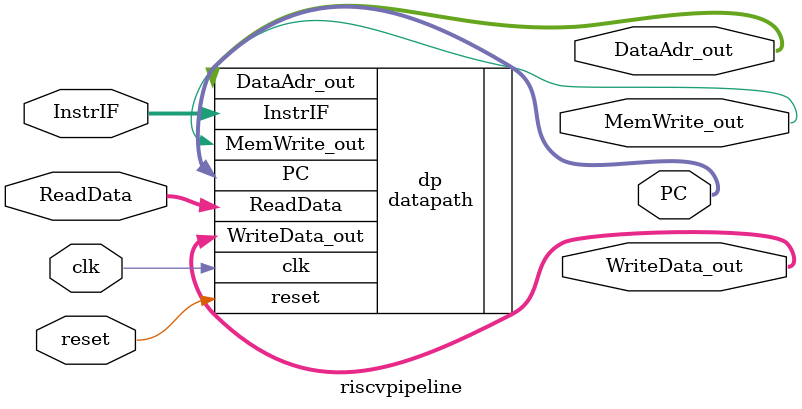
<source format=sv>
`timescale 1ns/1ps

module top_pipeline(input logic clk, reset,
                    output logic [31:0] WriteData, DataAdr,
                    output logic MemWrite);

  logic [31:0] PC;
  logic [31:0] InstrIF;
  logic [31:0] ReadData;

  // IMEM: provides InstrIF
  imem imem(.a(PC), .rd(InstrIF));

  // Instantiate pipeline CPU
  riscvpipeline cpu(.clk(clk), .reset(reset),
                    .PC(PC),
                    .InstrIF(InstrIF),
                    .MemWrite_out(MemWrite),
                    .DataAdr_out(DataAdr),
                    .WriteData_out(WriteData),
                    .ReadData(ReadData));

  // DMEM (simple behavioral memory)
  dmem dmem(.clk(clk), .reset(reset),
            .we(MemWrite), .a(DataAdr), .wd(WriteData),
            .rd(ReadData));
endmodule

// imem.sv
module imem(input  logic [31:0] a,
            output logic [31:0] rd);

  logic [31:0] RAM[0:63];

  initial begin
    $readmemh("rvx10_pipeline.hex", RAM);
  end

  // word-aligned
  assign rd = RAM[a >> 2];
endmodule


// dmem.sv
module dmem(input logic clk, reset, we,
            input logic [31:0] a, wd,
            output logic [31:0] rd);

  logic [31:0] RAM[0:63];

  // initialize to zero
  integer i;
  initial for (i=0; i<64; i=i+1) RAM[i] = 32'd0;

  assign rd = RAM[a >> 2];

  always_ff @(posedge clk) begin
  if (we && !reset) begin
    RAM[a >> 2] <= wd;
  end
end
endmodule

// riscvpipeline.sv
module riscvpipeline(input logic clk, reset,
                     output logic [31:0] PC,
                     input  logic [31:0] InstrIF,
                     output logic MemWrite_out,
                     output logic [31:0] DataAdr_out, WriteData_out,
                     input  logic [31:0] ReadData);

  datapath dp(.clk(clk), .reset(reset),
              .PC(PC),
              .InstrIF(InstrIF),
              .MemWrite_out(MemWrite_out),
              .DataAdr_out(DataAdr_out),
              .WriteData_out(WriteData_out),
              .ReadData(ReadData));

endmodule

</source>
